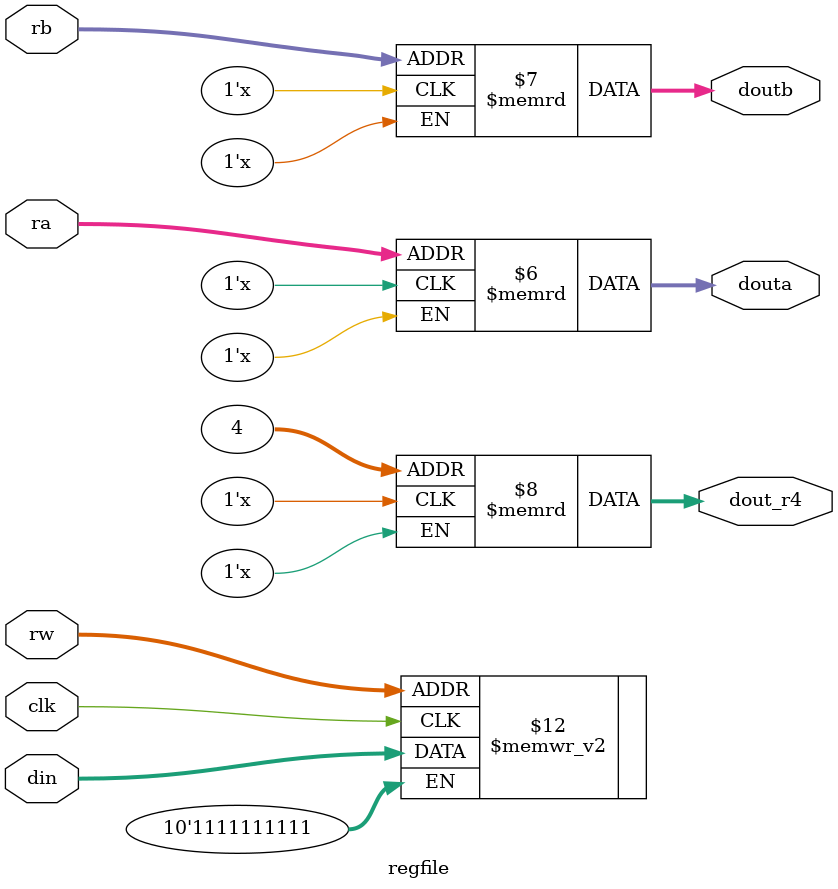
<source format=v>
module regfile (
   input        clk,
   input  [3:0] rw,
   input  [3:0] ra,
   input  [3:0] rb,
   input  [9:0] din,
   output [9:0] douta,
   output [9:0] doutb,
	output [9:0] dout_r4
   );
   
   reg [9:0] reg_array [0:15];
	
	// r0: stores 1
	// r1: stores 10
	// r2: stores 100
	// r3: stores 4 (for shifting)
	// r4: stores amount paid
	
	always @(posedge clk)
		reg_array[rw] <= din;
	
	assign douta   = reg_array[ra];
	assign doutb   = reg_array[rb];
	assign dout_r4 = reg_array[4];
		
endmodule
</source>
